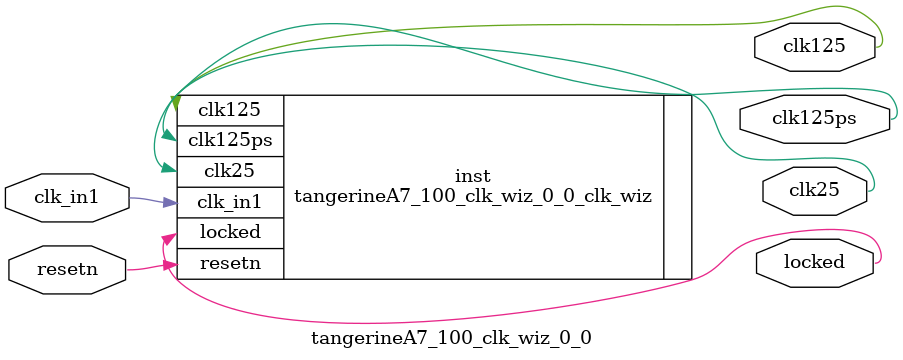
<source format=v>


`timescale 1ps/1ps

(* CORE_GENERATION_INFO = "tangerineA7_100_clk_wiz_0_0,clk_wiz_v6_0_12_0_0,{component_name=tangerineA7_100_clk_wiz_0_0,use_phase_alignment=true,use_min_o_jitter=false,use_max_i_jitter=false,use_dyn_phase_shift=false,use_inclk_switchover=false,use_dyn_reconfig=false,enable_axi=0,feedback_source=FDBK_AUTO,PRIMITIVE=MMCM,num_out_clk=3,clkin1_period=20.000,clkin2_period=10.0,use_power_down=false,use_reset=true,use_locked=true,use_inclk_stopped=false,feedback_type=SINGLE,CLOCK_MGR_TYPE=NA,manual_override=false}" *)

module tangerineA7_100_clk_wiz_0_0 
 (
  // Clock out ports
  output        clk25,
  output        clk125,
  output        clk125ps,
  // Status and control signals
  input         resetn,
  output        locked,
 // Clock in ports
  input         clk_in1
 );

  tangerineA7_100_clk_wiz_0_0_clk_wiz inst
  (
  // Clock out ports  
  .clk25(clk25),
  .clk125(clk125),
  .clk125ps(clk125ps),
  // Status and control signals               
  .resetn(resetn), 
  .locked(locked),
 // Clock in ports
  .clk_in1(clk_in1)
  );

endmodule

</source>
